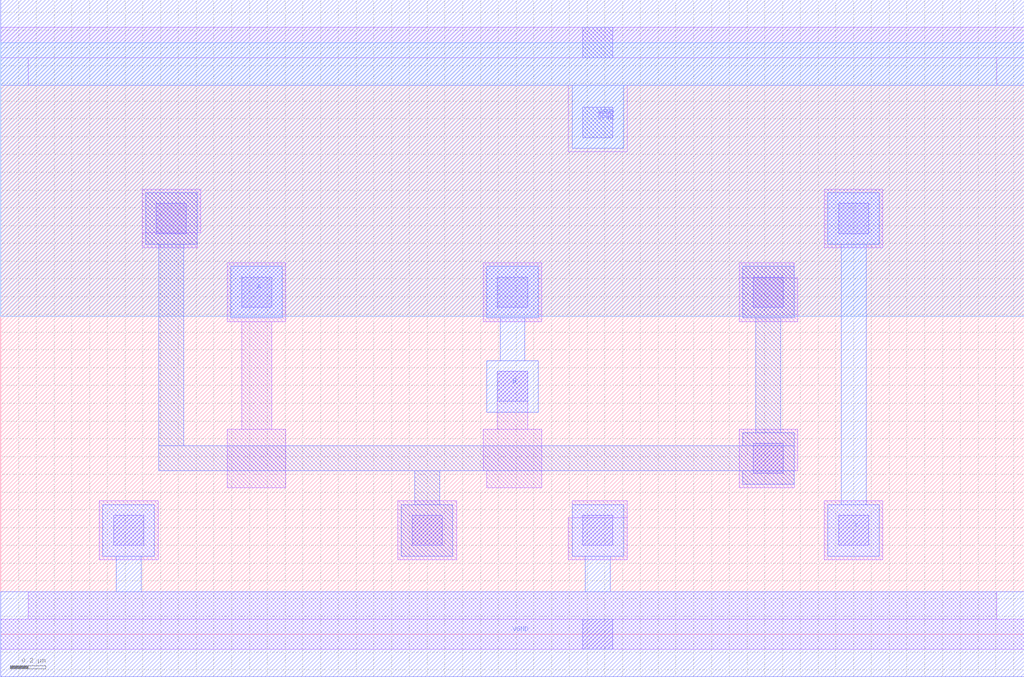
<source format=lef>
VERSION 5.7 ;
  NOWIREEXTENSIONATPIN ON ;
  DIVIDERCHAR "/" ;
  BUSBITCHARS "[]" ;
MACRO OR2X1
  CLASS CORE ;
  FOREIGN OR2X1 ;
  ORIGIN 0.000 0.000 ;
  SIZE 5.760 BY 3.330 ;
  SYMMETRY X Y ;
  SITE unit ;
  PIN A
    ANTENNAGATEAREA 0.189000 ;
    PORT
      LAYER met1 ;
        RECT 1.295 1.780 1.585 2.070 ;
    END
  END A
  PIN B
    ANTENNAGATEAREA 0.189000 ;
    PORT
      LAYER met1 ;
        RECT 2.735 1.780 3.025 2.070 ;
        RECT 2.810 1.540 2.950 1.780 ;
        RECT 2.735 1.250 3.025 1.540 ;
    END
  END B
  PIN VGND
    ANTENNADIFFAREA 0.914200 ;
    PORT
      LAYER met1 ;
        RECT 0.575 0.440 0.865 0.730 ;
        RECT 3.215 0.440 3.505 0.730 ;
        RECT 0.650 0.240 0.790 0.440 ;
        RECT 3.290 0.240 3.430 0.440 ;
        RECT 0.000 -0.240 5.760 0.240 ;
    END
    PORT
      LAYER met1 ;
        RECT 0.000 3.090 5.760 3.570 ;
        RECT 3.215 2.735 3.505 3.090 ;
    END
  END VGND
  PIN VPWR
    ANTENNADIFFAREA 1.083600 ;
    PORT
      LAYER li1 ;
        RECT 0.000 3.245 5.760 3.415 ;
        RECT 0.155 3.090 5.605 3.245 ;
        RECT 3.195 2.715 3.525 3.090 ;
      LAYER mcon ;
        RECT 3.275 3.245 3.445 3.415 ;
        RECT 3.275 2.795 3.445 2.965 ;
    END
  END VPWR
  PIN Y
    ANTENNADIFFAREA 1.031650 ;
    PORT
      LAYER met1 ;
        RECT 4.655 2.195 4.945 2.485 ;
        RECT 4.730 0.730 4.870 2.195 ;
        RECT 4.655 0.440 4.945 0.730 ;
    END
  END Y
  OBS
      LAYER nwell ;
        RECT 0.000 1.790 5.760 3.330 ;
      LAYER li1 ;
        RECT 0.795 2.260 1.125 2.505 ;
        RECT 0.795 2.175 1.105 2.260 ;
        RECT 4.635 2.175 4.965 2.505 ;
        RECT 1.275 1.760 1.605 2.090 ;
        RECT 2.715 1.760 3.045 2.090 ;
        RECT 4.155 2.005 4.465 2.090 ;
        RECT 4.155 1.760 4.485 2.005 ;
        RECT 1.355 1.155 1.525 1.760 ;
        RECT 2.795 1.155 2.965 1.480 ;
        RECT 1.275 0.825 1.605 1.155 ;
        RECT 2.715 0.920 3.045 1.155 ;
        RECT 2.735 0.825 3.045 0.920 ;
        RECT 4.155 0.920 4.485 1.155 ;
        RECT 4.155 0.825 4.465 0.920 ;
        RECT 0.555 0.420 0.885 0.750 ;
        RECT 2.235 0.420 2.565 0.750 ;
        RECT 3.215 0.655 3.525 0.750 ;
        RECT 3.195 0.420 3.525 0.655 ;
        RECT 4.635 0.420 4.965 0.750 ;
        RECT 0.155 0.085 5.605 0.240 ;
        RECT 0.000 -0.085 5.760 0.085 ;
      LAYER mcon ;
        RECT 0.875 2.255 1.045 2.425 ;
        RECT 4.715 2.255 4.885 2.425 ;
        RECT 1.355 1.840 1.525 2.010 ;
        RECT 2.795 1.840 2.965 2.010 ;
        RECT 4.235 1.840 4.405 2.010 ;
        RECT 2.795 1.310 2.965 1.480 ;
        RECT 4.235 0.905 4.405 1.075 ;
        RECT 0.635 0.500 0.805 0.670 ;
        RECT 2.315 0.500 2.485 0.670 ;
        RECT 3.275 0.500 3.445 0.670 ;
        RECT 4.715 0.500 4.885 0.670 ;
        RECT 3.275 -0.085 3.445 0.085 ;
      LAYER met1 ;
        RECT 0.815 2.195 1.105 2.485 ;
        RECT 0.890 1.060 1.030 2.195 ;
        RECT 4.175 1.780 4.465 2.070 ;
        RECT 4.250 1.135 4.390 1.780 ;
        RECT 4.175 1.060 4.465 1.135 ;
        RECT 0.890 0.920 4.465 1.060 ;
        RECT 2.330 0.730 2.470 0.920 ;
        RECT 4.175 0.845 4.465 0.920 ;
        RECT 2.255 0.440 2.545 0.730 ;
  END
END OR2X1
END LIBRARY


</source>
